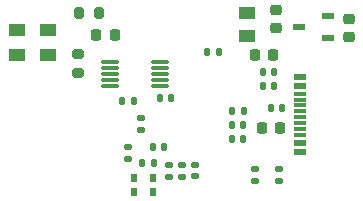
<source format=gbr>
%TF.GenerationSoftware,KiCad,Pcbnew,8.0.0*%
%TF.CreationDate,2024-03-05T20:17:21-06:00*%
%TF.ProjectId,rigel-a-hw,72696765-6c2d-4612-9d68-772e6b696361,rev?*%
%TF.SameCoordinates,Original*%
%TF.FileFunction,Paste,Bot*%
%TF.FilePolarity,Positive*%
%FSLAX46Y46*%
G04 Gerber Fmt 4.6, Leading zero omitted, Abs format (unit mm)*
G04 Created by KiCad (PCBNEW 8.0.0) date 2024-03-05 20:17:21*
%MOMM*%
%LPD*%
G01*
G04 APERTURE LIST*
G04 Aperture macros list*
%AMRoundRect*
0 Rectangle with rounded corners*
0 $1 Rounding radius*
0 $2 $3 $4 $5 $6 $7 $8 $9 X,Y pos of 4 corners*
0 Add a 4 corners polygon primitive as box body*
4,1,4,$2,$3,$4,$5,$6,$7,$8,$9,$2,$3,0*
0 Add four circle primitives for the rounded corners*
1,1,$1+$1,$2,$3*
1,1,$1+$1,$4,$5*
1,1,$1+$1,$6,$7*
1,1,$1+$1,$8,$9*
0 Add four rect primitives between the rounded corners*
20,1,$1+$1,$2,$3,$4,$5,0*
20,1,$1+$1,$4,$5,$6,$7,0*
20,1,$1+$1,$6,$7,$8,$9,0*
20,1,$1+$1,$8,$9,$2,$3,0*%
G04 Aperture macros list end*
%ADD10RoundRect,0.140000X0.140000X0.170000X-0.140000X0.170000X-0.140000X-0.170000X0.140000X-0.170000X0*%
%ADD11RoundRect,0.225000X0.250000X-0.225000X0.250000X0.225000X-0.250000X0.225000X-0.250000X-0.225000X0*%
%ADD12RoundRect,0.140000X-0.140000X-0.170000X0.140000X-0.170000X0.140000X0.170000X-0.140000X0.170000X0*%
%ADD13R,1.100000X0.550013*%
%ADD14R,1.100000X0.300000*%
%ADD15O,1.620015X0.280010*%
%ADD16RoundRect,0.135000X0.185000X-0.135000X0.185000X0.135000X-0.185000X0.135000X-0.185000X-0.135000X0*%
%ADD17RoundRect,0.225000X0.225000X0.250000X-0.225000X0.250000X-0.225000X-0.250000X0.225000X-0.250000X0*%
%ADD18R,0.600000X0.750013*%
%ADD19RoundRect,0.140000X-0.170000X0.140000X-0.170000X-0.140000X0.170000X-0.140000X0.170000X0.140000X0*%
%ADD20R,1.399543X1.000000*%
%ADD21R,1.377013X1.132537*%
%ADD22R,1.070003X0.600000*%
%ADD23RoundRect,0.200000X0.275000X-0.200000X0.275000X0.200000X-0.275000X0.200000X-0.275000X-0.200000X0*%
%ADD24RoundRect,0.200000X0.200000X0.275000X-0.200000X0.275000X-0.200000X-0.275000X0.200000X-0.275000X0*%
G04 APERTURE END LIST*
D10*
%TO.C,C12*%
X121880000Y-104400000D03*
X120920000Y-104400000D03*
%TD*%
D11*
%TO.C,C15*%
X132900000Y-103175000D03*
X132900000Y-101625000D03*
%TD*%
D12*
%TO.C,C17*%
X115420000Y-113800000D03*
X116380000Y-113800000D03*
%TD*%
D13*
%TO.C,U4*%
X128729896Y-106509830D03*
X128729896Y-107309931D03*
D14*
X128729896Y-107959919D03*
X128729896Y-108460046D03*
X128729896Y-108959919D03*
X128729896Y-109459791D03*
X128729896Y-109959919D03*
X128729896Y-110459791D03*
X128729896Y-110959919D03*
X128729896Y-111460046D03*
D13*
X128729896Y-112110033D03*
X128729896Y-112909880D03*
%TD*%
D12*
%TO.C,C3*%
X123040000Y-109400000D03*
X124000000Y-109400000D03*
%TD*%
D15*
%TO.C,U3*%
X112690018Y-107300000D03*
X112690018Y-106799873D03*
X112690018Y-106300000D03*
X112690018Y-105799873D03*
X112690018Y-105300000D03*
X116909982Y-105300000D03*
X116909982Y-105799873D03*
X116909982Y-106300000D03*
X116909982Y-106799873D03*
X116909982Y-107300000D03*
%TD*%
D16*
%TO.C,R1*%
X126990000Y-115320000D03*
X126990000Y-114300000D03*
%TD*%
D17*
%TO.C,C9*%
X113075000Y-103000000D03*
X111525000Y-103000000D03*
%TD*%
D16*
%TO.C,R2*%
X125000000Y-115320000D03*
X125000000Y-114300000D03*
%TD*%
D12*
%TO.C,C19*%
X125620000Y-107300000D03*
X126580000Y-107300000D03*
%TD*%
D18*
%TO.C,U5*%
X116324994Y-116265024D03*
X114675006Y-116265024D03*
X114675006Y-115134976D03*
X116324994Y-115134976D03*
%TD*%
D19*
%TO.C,C7*%
X118800000Y-114020000D03*
X118800000Y-114980000D03*
%TD*%
D20*
%TO.C,LED1*%
X104800000Y-104650292D03*
X104800000Y-102549708D03*
%TD*%
D12*
%TO.C,C18*%
X116320000Y-112500000D03*
X117280000Y-112500000D03*
%TD*%
D19*
%TO.C,C4*%
X117700000Y-114020000D03*
X117700000Y-114980000D03*
%TD*%
D10*
%TO.C,C10*%
X117880000Y-108300000D03*
X116920000Y-108300000D03*
%TD*%
%TO.C,C6*%
X123980000Y-111800000D03*
X123020000Y-111800000D03*
%TD*%
D12*
%TO.C,C11*%
X125620000Y-106100000D03*
X126580000Y-106100000D03*
%TD*%
D21*
%TO.C,L1*%
X124300000Y-101133782D03*
X124300000Y-103066218D03*
%TD*%
D12*
%TO.C,C8*%
X126320000Y-109200000D03*
X127280000Y-109200000D03*
%TD*%
D22*
%TO.C,U2*%
X131135077Y-101350038D03*
X131135077Y-103249962D03*
X128664923Y-102300000D03*
%TD*%
D11*
%TO.C,C14*%
X126700000Y-102400000D03*
X126700000Y-100850000D03*
%TD*%
D17*
%TO.C,C16*%
X126475000Y-104700000D03*
X124925000Y-104700000D03*
%TD*%
D16*
%TO.C,R3*%
X115300000Y-111010000D03*
X115300000Y-109990000D03*
%TD*%
D20*
%TO.C,LED2*%
X107400000Y-104650292D03*
X107400000Y-102549708D03*
%TD*%
D16*
%TO.C,R4*%
X114200000Y-113510000D03*
X114200000Y-112490000D03*
%TD*%
D17*
%TO.C,C1*%
X127075000Y-110900000D03*
X125525000Y-110900000D03*
%TD*%
D10*
%TO.C,C5*%
X123980000Y-110600000D03*
X123020000Y-110600000D03*
%TD*%
D23*
%TO.C,R5*%
X110000000Y-106225000D03*
X110000000Y-104575000D03*
%TD*%
D10*
%TO.C,C13*%
X114680000Y-108600000D03*
X113720000Y-108600000D03*
%TD*%
D24*
%TO.C,R6*%
X111725000Y-101100000D03*
X110075000Y-101100000D03*
%TD*%
D19*
%TO.C,C2*%
X119900000Y-114000000D03*
X119900000Y-114960000D03*
%TD*%
M02*

</source>
